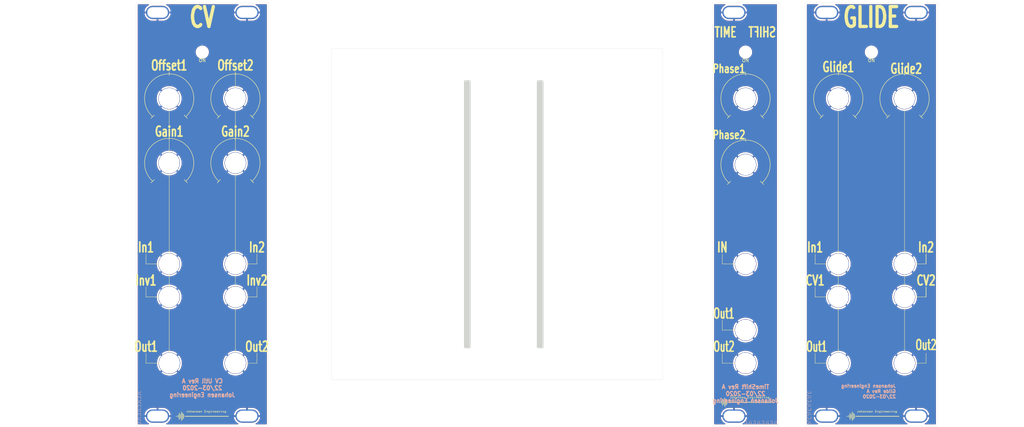
<source format=kicad_pcb>
(kicad_pcb (version 20171130) (host pcbnew "(5.1.5)-3")
  (layers (0 F.Cu signal) (31 B.Cu signal) (34 B.Paste user) (35 F.Paste user) (36 B.SilkS user) (37 F.SilkS user) (38 B.Mask user) (39 F.Mask user) (44 Edge.Cuts user))
  (net 0 "")
  (net 1 GND)
  (module AJ:Pot_6m3_scale1 (layer F.Cu) (at 21 84.5)
    (fp_text reference TP107 hide)
    (fp_text value OFF1)
    (pad 1 thru_hole circle (at 0 0) (size 6.5 6.5) (drill 6.3) (layers *.Cu *.Mask) (net 1 GND))
  )
  (module AJ:Pot_6m3_scale1 (layer F.Cu) (at 1 84.5)
    (fp_text reference TP112 hide)
    (fp_text value Fine)
    (pad 1 thru_hole circle (at 0 0) (size 6.5 6.5) (drill 6.3) (layers *.Cu *.Mask) (net 1 GND))
  )
  (module AJ:MountingHole_Eurorack3 (layer F.Cu) (at 226.5 39)
    (fp_text reference H104)
    (fp_text value MountingHole_Pad)
    (pad 1 thru_hole oval (at 0 0) (size 7 4) (drill oval 6.2 3.2) (layers *.Cu *.Mask) (net 1 GND))
  )
  (module AJ:Pot_6m3_scale1 (layer F.Cu) (at 223 65)
    (fp_text reference TP107 hide)
    (fp_text value OFF1)
    (pad 1 thru_hole circle (at 0 0) (size 6.5 6.5) (drill 6.3) (layers *.Cu *.Mask) (net 1 GND))
  )
  (module AJ:MountingHole_Eurorack3 (layer F.Cu) (at 199.5 39)
    (fp_text reference H102)
    (fp_text value MountingHole_Pad)
    (pad 1 thru_hole oval (at 0 0) (size 7 4) (drill oval 6.2 3.2) (layers *.Cu *.Mask) (net 1 GND))
  )
  (module AJ:MountingHole_Eurorack3 (layer B.Cu) (at 199.5 161)
    (fp_text reference H103)
    (fp_text value MountingHole_Pad)
    (pad 1 thru_hole oval (at 0 0) (size 7 4) (drill oval 6.2 3.2) (layers *.Cu *.Mask) (net 1 GND))
  )
  (module AJ:Jack_6m3 (layer F.Cu) (at 223 115)
    (fp_text reference TP107 hide)
    (fp_text value FM)
    (pad 1 thru_hole circle (at 0 0) (size 6.5 6.5) (drill 6.3) (layers *.Cu *.Mask) (net 1 GND))
  )
  (module AJ:LED_Hole_3mm (layer F.Cu) (at 213 51)
    (fp_text reference H101)
    (fp_text value ON (at 0 2.5) (layer F.SilkS))
    (pad "" np_thru_hole circle (at 0 0) (size 3 3) (drill 3) (layers *.Cu *.Mask))
  )
  (module AJ:MountingHole_Eurorack3 (layer B.Cu) (at 226.5 161)
    (fp_text reference H105)
    (fp_text value MountingHole_Pad)
    (pad 1 thru_hole oval (at 0 0) (size 7 4) (drill oval 6.2 3.2) (layers *.Cu *.Mask) (net 1 GND))
  )
  (module AJ:Jack_6m3 (layer F.Cu) (at 203 115)
    (fp_text reference TP102 hide)
    (fp_text value SQ)
    (pad 1 thru_hole circle (at 0 0) (size 6.5 6.5) (drill 6.3) (layers *.Cu *.Mask) (net 1 GND))
  )
  (module AJ:Jack_6m3 (layer F.Cu) (at 203.075001 145)
    (fp_text reference TP106 hide)
    (fp_text value HS)
    (pad 1 thru_hole circle (at 0 0) (size 6.5 6.5) (drill 6.3) (layers *.Cu *.Mask) (net 1 GND))
  )
  (module AJ:Jack_6m3 (layer F.Cu) (at 203 125)
    (fp_text reference TP108 hide)
    (fp_text value PWM)
    (pad 1 thru_hole circle (at 0 0) (size 6.5 6.5) (drill 6.3) (layers *.Cu *.Mask) (net 1 GND))
  )
  (module AJ:Pot_6m3_scale1 (layer F.Cu) (at 203 65)
    (fp_text reference TP112 hide)
    (fp_text value Fine)
    (pad 1 thru_hole circle (at 0 0) (size 6.5 6.5) (drill 6.3) (layers *.Cu *.Mask) (net 1 GND))
  )
  (module AJ:Jack_6m3 (layer F.Cu) (at 223 145)
    (fp_text reference TP105 hide)
    (fp_text value In3)
    (pad 1 thru_hole circle (at 0 0) (size 6.5 6.5) (drill 6.3) (layers *.Cu *.Mask) (net 1 GND))
  )
  (module AJ:Jack_6m3 (layer F.Cu) (at 223 125)
    (fp_text reference TP103 hide)
    (fp_text value In1)
    (pad 1 thru_hole circle (at 0 0) (size 6.5 6.5) (drill 6.3) (layers *.Cu *.Mask) (net 1 GND))
  )
  (module AJ:Johansen_engineering_logo_20mm (layer F.Cu) (at 175 156.75)
    (fp_text reference G*** hide)
    (fp_text value LOGO hide)
  )
  (module AJ:MountingHole_Eurorack3 (layer F.Cu) (at 171.5 39)
    (fp_text reference H102)
    (fp_text value MountingHole_Pad)
    (pad 1 thru_hole oval (at 0 0) (size 7 4) (drill oval 6.2 3.2) (layers *.Cu *.Mask) (net 1 GND))
  )
  (module AJ:MountingHole_Eurorack3 (layer B.Cu) (at 171.5 161)
    (fp_text reference H103)
    (fp_text value MountingHole_Pad)
    (pad 1 thru_hole oval (at 0 0) (size 7 4) (drill oval 6.2 3.2) (layers *.Cu *.Mask) (net 1 GND))
  )
  (module AJ:Johansen_engineering_logo_20mm (layer F.Cu) (at 213.5 161)
    (fp_text reference G*** hide)
    (fp_text value LOGO hide)
  )
  (module AJ:Johansen_engineering_logo_20mm (layer F.Cu) (at 11 161)
    (fp_text reference G*** hide)
    (fp_text value LOGO hide)
  )
  (module AJ:Jack_6m3 (layer F.Cu) (at 21 125)
    (fp_text reference TP103 hide)
    (fp_text value In1)
    (pad 1 thru_hole circle (at 0 0) (size 6.5 6.5) (drill 6.3) (layers *.Cu *.Mask) (net 1 GND))
  )
  (module AJ:Jack_6m3 (layer F.Cu) (at 21 145)
    (fp_text reference TP105 hide)
    (fp_text value In3)
    (pad 1 thru_hole circle (at 0 0) (size 6.5 6.5) (drill 6.3) (layers *.Cu *.Mask) (net 1 GND))
  )
  (module AJ:Jack_6m3 (layer F.Cu) (at 1.075001 145)
    (fp_text reference TP106 hide)
    (fp_text value HS)
    (pad 1 thru_hole circle (at 0 0) (size 6.5 6.5) (drill 6.3) (layers *.Cu *.Mask) (net 1 GND))
  )
  (module AJ:Jack_6m3 (layer F.Cu) (at 21 115)
    (fp_text reference TP107 hide)
    (fp_text value FM)
    (pad 1 thru_hole circle (at 0 0) (size 6.5 6.5) (drill 6.3) (layers *.Cu *.Mask) (net 1 GND))
  )
  (module AJ:Jack_6m3 (layer F.Cu) (at 1 125)
    (fp_text reference TP108 hide)
    (fp_text value PWM)
    (pad 1 thru_hole circle (at 0 0) (size 6.5 6.5) (drill 6.3) (layers *.Cu *.Mask) (net 1 GND))
  )
  (module AJ:Jack_6m3 (layer F.Cu) (at 1 115)
    (fp_text reference TP102 hide)
    (fp_text value SQ)
    (pad 1 thru_hole circle (at 0 0) (size 6.5 6.5) (drill 6.3) (layers *.Cu *.Mask) (net 1 GND))
  )
  (module AJ:Pot_6m3_scale1 (layer F.Cu) (at 1 65)
    (fp_text reference TP112 hide)
    (fp_text value Fine)
    (pad 1 thru_hole circle (at 0 0) (size 6.5 6.5) (drill 6.3) (layers *.Cu *.Mask) (net 1 GND))
  )
  (module AJ:Pot_6m3_scale1 (layer F.Cu) (at 21 65)
    (fp_text reference TP107 hide)
    (fp_text value OFF1)
    (pad 1 thru_hole circle (at 0 0) (size 6.5 6.5) (drill 6.3) (layers *.Cu *.Mask) (net 1 GND))
  )
  (module AJ:MountingHole_Eurorack3 (layer F.Cu) (at -2.5 39)
    (fp_text reference H102)
    (fp_text value MountingHole_Pad)
    (pad 1 thru_hole oval (at 0 0) (size 7 4) (drill oval 6.2 3.2) (layers *.Cu *.Mask) (net 1 GND))
  )
  (module AJ:MountingHole_Eurorack3 (layer B.Cu) (at -2.5 161)
    (fp_text reference H103)
    (fp_text value MountingHole_Pad)
    (pad 1 thru_hole oval (at 0 0) (size 7 4) (drill oval 6.2 3.2) (layers *.Cu *.Mask) (net 1 GND))
  )
  (module AJ:MountingHole_Eurorack3 (layer F.Cu) (at 24.5 39)
    (fp_text reference H104)
    (fp_text value MountingHole_Pad)
    (pad 1 thru_hole oval (at 0 0) (size 7 4) (drill oval 6.2 3.2) (layers *.Cu *.Mask) (net 1 GND))
  )
  (module AJ:MountingHole_Eurorack3 (layer B.Cu) (at 24.5 161)
    (fp_text reference H105)
    (fp_text value MountingHole_Pad)
    (pad 1 thru_hole oval (at 0 0) (size 7 4) (drill oval 6.2 3.2) (layers *.Cu *.Mask) (net 1 GND))
  )
  (module AJ:LED_Hole_3mm (layer F.Cu) (at 11 51)
    (fp_text reference H101)
    (fp_text value ON (at 0 2.5) (layer F.SilkS))
    (pad "" np_thru_hole circle (at 0 0) (size 3 3) (drill 3) (layers *.Cu *.Mask))
  )
  (module AJ:LED_Hole_3mm (layer F.Cu) (at 175 51)
    (fp_text reference H301)
    (fp_text value ON (at 0 2.5) (layer F.SilkS))
    (pad "" np_thru_hole circle (at 0 0) (size 3 3) (drill 3) (layers *.Cu *.Mask))
  )
  (module AJ:Jack_6m3 (layer F.Cu) (at 175 115)
    (fp_text reference TP301 hide)
    (fp_text value In1)
    (pad 1 thru_hole circle (at 0 0) (size 6.5 6.5) (drill 6.3) (layers *.Cu *.Mask) (net 1 GND))
  )
  (module AJ:Jack_6m3 (layer F.Cu) (at 175 135)
    (fp_text reference TP302 hide)
    (fp_text value Tri)
    (pad 1 thru_hole circle (at 0 0) (size 6.5 6.5) (drill 6.3) (layers *.Cu *.Mask) (net 1 GND))
  )
  (module AJ:Jack_6m3 (layer F.Cu) (at 175 145)
    (fp_text reference TP303 hide)
    (fp_text value SQ)
    (pad 1 thru_hole circle (at 0 0) (size 6.5 6.5) (drill 6.3) (layers *.Cu *.Mask) (net 1 GND))
  )
  (module AJ:Pot_6m3_scale1 (layer F.Cu) (at 175 65)
    (fp_text reference TP304 hide)
    (fp_text value PWM1)
    (pad 1 thru_hole circle (at 0 0) (size 6.5 6.5) (drill 6.3) (layers *.Cu *.Mask) (net 1 GND))
  )
  (module AJ:Pot_6m3_scale1 (layer F.Cu) (at 175 85)
    (fp_text reference TP305 hide)
    (fp_text value PWM2)
    (pad 1 thru_hole circle (at 0 0) (size 6.5 6.5) (drill 6.3) (layers *.Cu *.Mask) (net 1 GND))
  )
  (gr_text JLCJLCJLCJLC (at 194.25 158.5 270) (layer B.SilkS) (effects (font (size 1 1) (thickness 0.1)) (justify mirror)))
  (gr_text JLCJLCJLCJLC (at 179.75 163) (layer B.SilkS) (effects (font (size 1 1) (thickness 0.1)) (justify mirror)))
  (gr_text JLCJLCJLCJLC (at -8 158.5 90) (layer B.SilkS) (effects (font (size 1 1) (thickness 0.1)) (justify mirror)))
  (gr_text "Johansen Engineering \nGlide Rev A\n22/03-2020" (at 220.5 153.5) (layer B.SilkS) (effects (font (size 1 1) (thickness 0.25)) (justify left mirror)))
  (gr_text "TimeShift Rev A\n22/03-2020\nJohansen Engineering" (at 175 154.25) (layer B.SilkS) (effects (font (size 1.3 1.2) (thickness 0.3)) (justify mirror)))
  (gr_text "CV Util Rev A\n22/03-2020\nJohansen Engineering" (at 11 152.5) (layer B.SilkS) (effects (font (size 1.3 1.2) (thickness 0.3)) (justify mirror)))
  (gr_text Phase2 (at 170 76) (layer F.SilkS) (effects (font (size 2.5 1.8) (thickness 0.45))))
  (gr_text Out2 (at 229.5 139.5) (layer F.SilkS) (effects (font (size 3 1.8) (thickness 0.45))))
  (gr_text Out1 (at 196.5 140) (layer F.SilkS) (effects (font (size 3 1.8) (thickness 0.45))))
  (gr_line (start 229.5 115) (end 229.5 112) (layer F.SilkS) (width 0.12))
  (gr_line (start 229.5 125) (end 229.5 122) (layer F.SilkS) (width 0.12))
  (gr_text In2 (at 229.5 110) (layer F.SilkS) (effects (font (size 3 2) (thickness 0.5))))
  (gr_text CV2 (at 229.5 120) (layer F.SilkS) (effects (font (size 3 2) (thickness 0.5))))
  (gr_text Gain1 (at 1 75) (layer F.SilkS) (effects (font (size 3 2) (thickness 0.5))))
  (gr_text Offset1 (at 1 55) (layer F.SilkS) (effects (font (size 3 2) (thickness 0.5))))
  (gr_text Glide2 (at 223.5 56) (layer F.SilkS) (effects (font (size 3 2) (thickness 0.5))))
  (gr_text CV1 (at 196 120) (layer F.SilkS) (effects (font (size 3 2) (thickness 0.5))))
  (gr_text In1 (at 196 110) (layer F.SilkS) (effects (font (size 3 2) (thickness 0.5))))
  (gr_text Glide1 (at 203 55.5) (layer F.SilkS) (effects (font (size 3 2) (thickness 0.5))))
  (gr_text GLIDE (at 213 40.5) (layer F.SilkS) (effects (font (size 6 4) (thickness 1))))
  (gr_line (start 233 36) (end 233 164) (layer Edge.Cuts) (width 0.05))
  (gr_line (start 203 145) (end 196 145) (layer F.SilkS) (width 0.12))
  (gr_line (start 223 145) (end 229.5 145) (layer F.SilkS) (width 0.12))
  (gr_line (start 193 36) (end 233 36) (layer Edge.Cuts) (width 0.05))
  (gr_line (start 203 125) (end 196 125) (layer F.SilkS) (width 0.12))
  (gr_line (start 196 145) (end 196 142) (layer F.SilkS) (width 0.12))
  (gr_line (start 233 164) (end 193 164) (layer Edge.Cuts) (width 0.05))
  (gr_line (start 193 164) (end 193 36) (layer Edge.Cuts) (width 0.05))
  (gr_line (start 203 115) (end 196 115) (layer F.SilkS) (width 0.12))
  (gr_line (start 196 115) (end 196 112) (layer F.SilkS) (width 0.12))
  (gr_line (start 196 125) (end 196 122) (layer F.SilkS) (width 0.12))
  (gr_line (start 229.5 115) (end 229.5 112) (layer F.SilkS) (width 0.12))
  (gr_line (start 229.5 145) (end 229.5 142) (layer F.SilkS) (width 0.12))
  (gr_line (start 229.5 125) (end 229.5 122) (layer F.SilkS) (width 0.12))
  (gr_line (start 223 125) (end 229.5 125) (layer F.SilkS) (width 0.12))
  (gr_line (start 223 115) (end 229.5 115) (layer F.SilkS) (width 0.12))
  (gr_line (start 203 145) (end 203 65) (layer F.SilkS) (width 0.12))
  (gr_line (start 223 65) (end 223 145) (layer F.SilkS) (width 0.12))
  (gr_text SHIFT (at 180 45) (layer F.SilkS) (effects (font (size 3 2) (thickness 0.5)) (justify mirror)))
  (gr_text Phase1 (at 170 56) (layer F.SilkS) (effects (font (size 2.5 1.8) (thickness 0.45))))
  (gr_text IN (at 168 110) (layer F.SilkS) (effects (font (size 3 2) (thickness 0.5))))
  (gr_text Out2 (at 168.5 140) (layer F.SilkS) (effects (font (size 3 1.8) (thickness 0.45))))
  (gr_text TIME (at 169 45) (layer F.SilkS) (effects (font (size 3 2) (thickness 0.5))))
  (gr_text Out1 (at 168.5 130) (layer F.SilkS) (effects (font (size 3 1.8) (thickness 0.45))))
  (gr_line (start 185 36) (end 185 164) (layer Edge.Cuts) (width 0.05))
  (gr_line (start 175 145) (end 168 145) (layer F.SilkS) (width 0.12))
  (gr_line (start 165 36) (end 185 36) (layer Edge.Cuts) (width 0.05))
  (gr_line (start 168 135) (end 168 132) (layer F.SilkS) (width 0.12))
  (gr_line (start 168 145) (end 168 142) (layer F.SilkS) (width 0.12))
  (gr_line (start 185 164) (end 165 164) (layer Edge.Cuts) (width 0.05))
  (gr_line (start 165 164) (end 165 36) (layer Edge.Cuts) (width 0.05))
  (gr_line (start 175 115) (end 168 115) (layer F.SilkS) (width 0.12))
  (gr_line (start 168 115) (end 168 112) (layer F.SilkS) (width 0.12))
  (gr_line (start 175 135) (end 168 135) (layer F.SilkS) (width 0.12))
  (gr_line (start 21 57.5) (end 21 145) (layer F.SilkS) (width 0.12))
  (gr_line (start 1 145) (end 1 65.5) (layer F.SilkS) (width 0.12))
  (gr_line (start 21 115) (end 27.5 115) (layer F.SilkS) (width 0.12))
  (gr_line (start 27.5 115) (end 27.5 112) (layer F.SilkS) (width 0.12))
  (gr_line (start 21 125) (end 27.5 125) (layer F.SilkS) (width 0.12))
  (gr_line (start 27.5 125) (end 27.5 122) (layer F.SilkS) (width 0.12))
  (gr_line (start 27.5 145) (end 27.5 142) (layer F.SilkS) (width 0.12))
  (gr_line (start 21 145) (end 27.5 145) (layer F.SilkS) (width 0.12))
  (gr_line (start -6 145) (end -6 142) (layer F.SilkS) (width 0.12))
  (gr_line (start 1 145) (end -6 145) (layer F.SilkS) (width 0.12))
  (gr_line (start -6 125) (end -6 122) (layer F.SilkS) (width 0.12))
  (gr_line (start 1 125) (end -6 125) (layer F.SilkS) (width 0.12))
  (gr_line (start 1 115) (end -6 115) (layer F.SilkS) (width 0.12))
  (gr_line (start -6 115) (end -6 112) (layer F.SilkS) (width 0.12))
  (gr_text Inv1 (at -6 120) (layer F.SilkS) (effects (font (size 3 2) (thickness 0.5))))
  (gr_text Out1 (at -6 140) (layer F.SilkS) (effects (font (size 3 2) (thickness 0.5))))
  (gr_text In1 (at -6 110) (layer F.SilkS) (effects (font (size 3 2) (thickness 0.5))))
  (gr_text Out2 (at 27.5 140) (layer F.SilkS) (effects (font (size 3 2) (thickness 0.5))))
  (gr_text Inv2 (at 27.5 120) (layer F.SilkS) (effects (font (size 3 2) (thickness 0.5))))
  (gr_text In2 (at 27.5 110) (layer F.SilkS) (effects (font (size 3 2) (thickness 0.5))))
  (gr_text Gain2 (at 21 75) (layer F.SilkS) (effects (font (size 3 2) (thickness 0.5))))
  (gr_text Offset2 (at 21 55) (layer F.SilkS) (effects (font (size 3 2) (thickness 0.5))))
  (gr_line (start -9 164) (end -9 36) (layer Edge.Cuts) (width 0.05))
  (gr_line (start 31 164) (end -9 164) (layer Edge.Cuts) (width 0.05))
  (gr_line (start 31 36) (end 31 164) (layer Edge.Cuts) (width 0.05))
  (gr_line (start -9 36) (end 31 36) (layer Edge.Cuts) (width 0.05))
  (gr_text CV (at 11 40.5) (layer F.SilkS) (effects (font (size 6 4) (thickness 1))))
  (gr_line (start 112.5 60) (end 112.5 140) (layer Edge.Cuts) (width 1))
  (gr_line (start 113.5 60) (end 113.5 140) (layer Edge.Cuts) (width 1))
  (gr_line (start 112.5 140) (end 113.5 140) (layer Edge.Cuts) (width 1))
  (gr_line (start 112.5 60) (end 113.5 60) (layer Edge.Cuts) (width 1))
  (gr_line (start 90.5 60) (end 91.5 60) (layer Edge.Cuts) (width 1))
  (gr_line (start 90.5 140) (end 91.5 140) (layer Edge.Cuts) (width 1))
  (gr_line (start 91.5 60) (end 91.5 140) (layer Edge.Cuts) (width 1))
  (gr_line (start 90.5 60) (end 90.5 140) (layer Edge.Cuts) (width 1))
  (gr_line (start 50 150) (end 50 50) (layer Edge.Cuts) (width 0.05))
  (gr_line (start 150 150) (end 50 150) (layer Edge.Cuts) (width 0.05))
  (gr_line (start 150 50) (end 150 150) (layer Edge.Cuts) (width 0.05))
  (gr_line (start 50 50) (end 150 50) (layer Edge.Cuts) (width 0.05))
  (zone (net 1) (net_name GND) (layer F.Cu) (connect_pads (clearance 0.508)) (min_thickness 0.254) (fill yes (arc_segments 32) (thermal_gap 0.508) (thermal_bridge_width 0.508))
    (polygon (pts (xy -9 36) (xy 31 36) (xy 31 164) (xy -9 164)))
  )
  (zone (net 1) (net_name GND) (layer B.Cu) (connect_pads (clearance 0.508)) (min_thickness 0.254) (fill yes (arc_segments 32) (thermal_gap 0.508) (thermal_bridge_width 0.508))
    (polygon (pts (xy -9 36) (xy 31 36) (xy 31 164) (xy -9 164)))
  )
  (zone (net 1) (net_name GND) (layer F.Cu) (connect_pads (clearance 0.508)) (min_thickness 0.254) (fill yes (arc_segments 32) (thermal_gap 0.508) (thermal_bridge_width 0.508))
    (polygon (pts (xy 165 36) (xy 185 36) (xy 185 164) (xy 165 164)))
  )
  (zone (net 1) (net_name GND) (layer B.Cu) (connect_pads (clearance 0.508)) (min_thickness 0.254) (fill yes (arc_segments 32) (thermal_gap 0.508) (thermal_bridge_width 0.508))
    (polygon (pts (xy 165 36) (xy 185 36) (xy 185 164) (xy 165 164)))
  )
  (zone (net 1) (net_name GND) (layer F.Cu) (connect_pads (clearance 0.508)) (min_thickness 0.254) (fill yes (arc_segments 32) (thermal_gap 0.508) (thermal_bridge_width 0.508))
    (polygon (pts (xy 193 36) (xy 233 36) (xy 233 164) (xy 193 164)))
  )
  (zone (net 1) (net_name GND) (layer B.Cu) (connect_pads (clearance 0.508)) (min_thickness 0.254) (fill yes (arc_segments 32) (thermal_gap 0.508) (thermal_bridge_width 0.508))
    (polygon (pts (xy 193 36) (xy 233 36) (xy 233 164) (xy 193 164)))
  )
)
</source>
